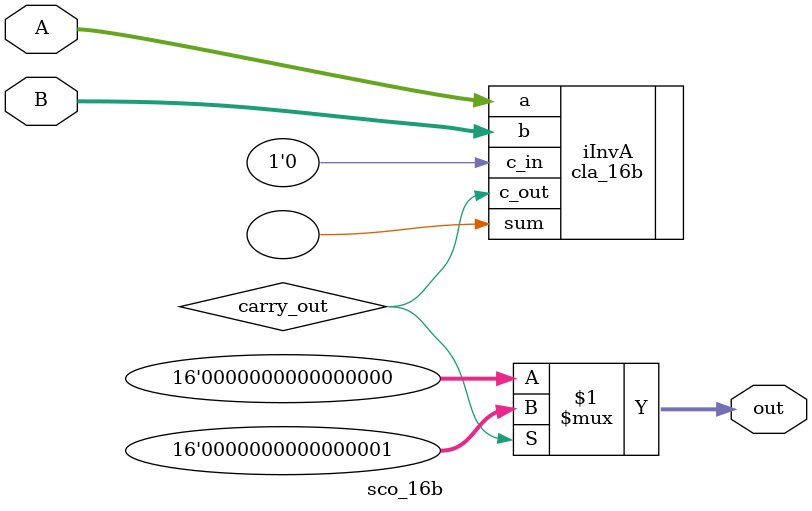
<source format=v>
module sco_16b(out, A, B);
input [15:0] A, B;
output [15:0] out;

wire carry_out;

cla_16b iInvA(.sum(), .c_out(carry_out), .a(A), .b(B), .c_in(1'b0));

assign out = (carry_out) ? 16'h0001 : 16'h0000;

endmodule
</source>
